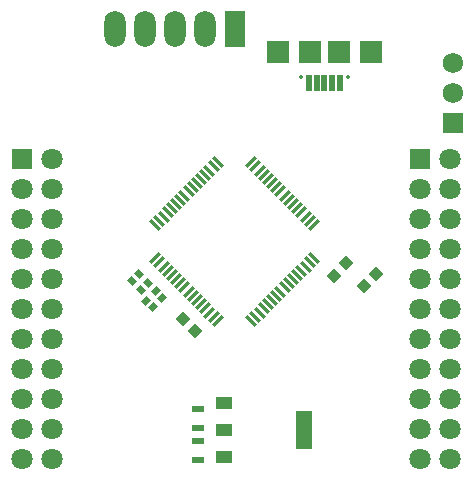
<source format=gts>
G04*
G04 #@! TF.GenerationSoftware,Altium Limited,Altium Designer,24.1.2 (44)*
G04*
G04 Layer_Color=8388736*
%FSLAX25Y25*%
%MOIN*%
G70*
G04*
G04 #@! TF.SameCoordinates,1DDA6136-DF48-45E1-A017-FCB5BA0D29E7*
G04*
G04*
G04 #@! TF.FilePolarity,Negative*
G04*
G01*
G75*
G04:AMPARAMS|DCode=20|XSize=47mil|YSize=12mil|CornerRadius=0mil|HoleSize=0mil|Usage=FLASHONLY|Rotation=315.000|XOffset=0mil|YOffset=0mil|HoleType=Round|Shape=Rectangle|*
%AMROTATEDRECTD20*
4,1,4,-0.02086,0.01237,-0.01237,0.02086,0.02086,-0.01237,0.01237,-0.02086,-0.02086,0.01237,0.0*
%
%ADD20ROTATEDRECTD20*%

G04:AMPARAMS|DCode=21|XSize=47mil|YSize=12mil|CornerRadius=0mil|HoleSize=0mil|Usage=FLASHONLY|Rotation=225.000|XOffset=0mil|YOffset=0mil|HoleType=Round|Shape=Rectangle|*
%AMROTATEDRECTD21*
4,1,4,0.01237,0.02086,0.02086,0.01237,-0.01237,-0.02086,-0.02086,-0.01237,0.01237,0.02086,0.0*
%
%ADD21ROTATEDRECTD21*%

%ADD27R,0.05221X0.04039*%
%ADD28R,0.05221X0.12898*%
%ADD29P,0.04877X4X270.0*%
%ADD30P,0.04877X4X360.0*%
G04:AMPARAMS|DCode=31|XSize=26.61mil|YSize=22.68mil|CornerRadius=0mil|HoleSize=0mil|Usage=FLASHONLY|Rotation=315.000|XOffset=0mil|YOffset=0mil|HoleType=Round|Shape=Rectangle|*
%AMROTATEDRECTD31*
4,1,4,-0.01743,0.00139,-0.00139,0.01743,0.01743,-0.00139,0.00139,-0.01743,-0.01743,0.00139,0.0*
%
%ADD31ROTATEDRECTD31*%

%ADD32R,0.04000X0.02425*%
%ADD33R,0.01874X0.05614*%
%ADD34R,0.07780X0.07780*%
G04:AMPARAMS|DCode=35|XSize=26.61mil|YSize=22.68mil|CornerRadius=0mil|HoleSize=0mil|Usage=FLASHONLY|Rotation=45.000|XOffset=0mil|YOffset=0mil|HoleType=Round|Shape=Rectangle|*
%AMROTATEDRECTD35*
4,1,4,-0.00139,-0.01743,-0.01743,-0.00139,0.00139,0.01743,0.01743,0.00139,-0.00139,-0.01743,0.0*
%
%ADD35ROTATEDRECTD35*%

%ADD36C,0.07091*%
%ADD37R,0.07091X0.07091*%
%ADD38C,0.01382*%
%ADD39O,0.07091X0.12110*%
%ADD40R,0.07091X0.12110*%
%ADD41R,0.06795X0.06795*%
%ADD42C,0.06795*%
D20*
X52293Y84308D02*
D03*
X53685Y85700D02*
D03*
X55077Y87092D02*
D03*
X56469Y88484D02*
D03*
X57861Y89876D02*
D03*
X59253Y91268D02*
D03*
X60645Y92660D02*
D03*
X62037Y94051D02*
D03*
X63429Y95443D02*
D03*
X64821Y96835D02*
D03*
X66213Y98227D02*
D03*
X67605Y99619D02*
D03*
X68997Y101011D02*
D03*
X70389Y102403D02*
D03*
X71780Y103795D02*
D03*
X73172Y105187D02*
D03*
X105187Y73172D02*
D03*
X103795Y71780D02*
D03*
X102403Y70389D02*
D03*
X101011Y68997D02*
D03*
X99619Y67605D02*
D03*
X98227Y66213D02*
D03*
X96835Y64821D02*
D03*
X95443Y63429D02*
D03*
X94051Y62037D02*
D03*
X92660Y60645D02*
D03*
X91268Y59253D02*
D03*
X89876Y57861D02*
D03*
X88484Y56469D02*
D03*
X87092Y55077D02*
D03*
X85700Y53685D02*
D03*
X84308Y52293D02*
D03*
D21*
Y105187D02*
D03*
X85700Y103795D02*
D03*
X87092Y102403D02*
D03*
X88484Y101011D02*
D03*
X89876Y99619D02*
D03*
X91268Y98227D02*
D03*
X92660Y96835D02*
D03*
X94051Y95443D02*
D03*
X95443Y94051D02*
D03*
X96835Y92660D02*
D03*
X98227Y91268D02*
D03*
X99619Y89876D02*
D03*
X101011Y88484D02*
D03*
X102403Y87092D02*
D03*
X103795Y85700D02*
D03*
X105187Y84308D02*
D03*
X73172Y52293D02*
D03*
X71780Y53685D02*
D03*
X70389Y55077D02*
D03*
X68997Y56469D02*
D03*
X67605Y57861D02*
D03*
X66213Y59253D02*
D03*
X64821Y60645D02*
D03*
X63429Y62037D02*
D03*
X62037Y63429D02*
D03*
X60645Y64821D02*
D03*
X59253Y66213D02*
D03*
X57861Y67605D02*
D03*
X56469Y68997D02*
D03*
X55077Y70389D02*
D03*
X53685Y71780D02*
D03*
X52293Y73172D02*
D03*
D27*
X75114Y25055D02*
D03*
Y16000D02*
D03*
Y6945D02*
D03*
D28*
X101886Y16000D02*
D03*
D29*
X126000Y68000D02*
D03*
X121824Y63824D02*
D03*
X116000Y71500D02*
D03*
X111824Y67324D02*
D03*
D30*
X61500Y53000D02*
D03*
X65676Y48824D02*
D03*
D31*
X44521Y65621D02*
D03*
X47584Y62558D02*
D03*
X49811Y64785D02*
D03*
X46749Y67848D02*
D03*
D32*
X66500Y12150D02*
D03*
Y5850D02*
D03*
Y23000D02*
D03*
Y16701D02*
D03*
D33*
X113842Y131468D02*
D03*
X111284D02*
D03*
X108724D02*
D03*
X106165D02*
D03*
X103606D02*
D03*
D34*
X124276Y142000D02*
D03*
X113449D02*
D03*
X104000D02*
D03*
X93173D02*
D03*
D35*
X49355Y59082D02*
D03*
X52418Y62145D02*
D03*
X54645Y59918D02*
D03*
X51582Y56855D02*
D03*
D36*
X17874Y6299D02*
D03*
Y16299D02*
D03*
Y26299D02*
D03*
Y36299D02*
D03*
Y46299D02*
D03*
Y56299D02*
D03*
Y66299D02*
D03*
Y76299D02*
D03*
Y86299D02*
D03*
Y96299D02*
D03*
Y106299D02*
D03*
X7874Y6299D02*
D03*
Y16299D02*
D03*
Y26299D02*
D03*
Y36299D02*
D03*
Y46299D02*
D03*
Y56299D02*
D03*
Y66299D02*
D03*
Y76299D02*
D03*
Y86299D02*
D03*
Y96299D02*
D03*
X140551D02*
D03*
Y86299D02*
D03*
Y76299D02*
D03*
Y66299D02*
D03*
Y56299D02*
D03*
Y46299D02*
D03*
Y36299D02*
D03*
Y26299D02*
D03*
Y16299D02*
D03*
Y6299D02*
D03*
X150551Y106299D02*
D03*
Y96299D02*
D03*
Y86299D02*
D03*
Y76299D02*
D03*
Y66299D02*
D03*
Y56299D02*
D03*
Y46299D02*
D03*
Y36299D02*
D03*
Y26299D02*
D03*
Y16299D02*
D03*
Y6299D02*
D03*
D37*
X7874Y106299D02*
D03*
X140551D02*
D03*
D38*
X116598Y133535D02*
D03*
X100850D02*
D03*
D39*
X48740Y149606D02*
D03*
X58740D02*
D03*
X68740D02*
D03*
X38740D02*
D03*
D40*
X78740D02*
D03*
D41*
X151575Y118110D02*
D03*
D42*
Y128110D02*
D03*
Y138110D02*
D03*
M02*

</source>
